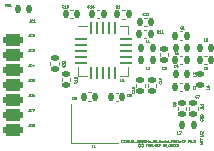
<source format=gbr>
%TF.GenerationSoftware,KiCad,Pcbnew,6.0.11-2627ca5db0~126~ubuntu22.04.1*%
%TF.CreationDate,2023-08-29T09:14:04+02:00*%
%TF.ProjectId,CC1101_868MHz_RF_Modul_FUEL4EP,43433131-3031-45f3-9836-384d487a5f52,1.2*%
%TF.SameCoordinates,Original*%
%TF.FileFunction,Legend,Top*%
%TF.FilePolarity,Positive*%
%FSLAX46Y46*%
G04 Gerber Fmt 4.6, Leading zero omitted, Abs format (unit mm)*
G04 Created by KiCad (PCBNEW 6.0.11-2627ca5db0~126~ubuntu22.04.1) date 2023-08-29 09:14:04*
%MOMM*%
%LPD*%
G01*
G04 APERTURE LIST*
G04 Aperture macros list*
%AMRoundRect*
0 Rectangle with rounded corners*
0 $1 Rounding radius*
0 $2 $3 $4 $5 $6 $7 $8 $9 X,Y pos of 4 corners*
0 Add a 4 corners polygon primitive as box body*
4,1,4,$2,$3,$4,$5,$6,$7,$8,$9,$2,$3,0*
0 Add four circle primitives for the rounded corners*
1,1,$1+$1,$2,$3*
1,1,$1+$1,$4,$5*
1,1,$1+$1,$6,$7*
1,1,$1+$1,$8,$9*
0 Add four rect primitives between the rounded corners*
20,1,$1+$1,$2,$3,$4,$5,0*
20,1,$1+$1,$4,$5,$6,$7,0*
20,1,$1+$1,$6,$7,$8,$9,0*
20,1,$1+$1,$8,$9,$2,$3,0*%
G04 Aperture macros list end*
%ADD10C,0.050000*%
%ADD11C,0.120000*%
%ADD12RoundRect,0.147500X-0.147500X-0.172500X0.147500X-0.172500X0.147500X0.172500X-0.147500X0.172500X0*%
%ADD13RoundRect,0.140000X0.140000X0.170000X-0.140000X0.170000X-0.140000X-0.170000X0.140000X-0.170000X0*%
%ADD14RoundRect,0.140000X-0.140000X-0.170000X0.140000X-0.170000X0.140000X0.170000X-0.140000X0.170000X0*%
%ADD15RoundRect,0.250000X-0.600000X-0.250000X0.600000X-0.250000X0.600000X0.250000X-0.600000X0.250000X0*%
%ADD16RoundRect,0.147500X-0.172500X0.147500X-0.172500X-0.147500X0.172500X-0.147500X0.172500X0.147500X0*%
%ADD17RoundRect,0.140000X0.170000X-0.140000X0.170000X0.140000X-0.170000X0.140000X-0.170000X-0.140000X0*%
%ADD18R,1.800000X1.500000*%
%ADD19RoundRect,0.140000X-0.170000X0.140000X-0.170000X-0.140000X0.170000X-0.140000X0.170000X0.140000X0*%
%ADD20RoundRect,0.135000X0.135000X0.185000X-0.135000X0.185000X-0.135000X-0.185000X0.135000X-0.185000X0*%
%ADD21R,1.400000X1.200000*%
%ADD22R,1.700000X1.000000*%
%ADD23RoundRect,0.062500X-0.425000X-0.062500X0.425000X-0.062500X0.425000X0.062500X-0.425000X0.062500X0*%
%ADD24RoundRect,0.062500X-0.062500X-0.425000X0.062500X-0.425000X0.062500X0.425000X-0.062500X0.425000X0*%
%ADD25R,2.400000X2.400000*%
G04 APERTURE END LIST*
D10*
X16908333Y796428D02*
X16908333Y891666D01*
X16965476Y777380D02*
X16765476Y844047D01*
X16965476Y910714D01*
X16965476Y977380D02*
X16765476Y977380D01*
X16965476Y1091666D01*
X16765476Y1091666D01*
X16765476Y1158333D02*
X16765476Y1272619D01*
X16965476Y1215476D02*
X16765476Y1215476D01*
X16791000Y2895619D02*
X16781476Y2876571D01*
X16781476Y2848000D01*
X16791000Y2819428D01*
X16810047Y2800380D01*
X16829095Y2790857D01*
X16867190Y2781333D01*
X16895761Y2781333D01*
X16933857Y2790857D01*
X16952904Y2800380D01*
X16971952Y2819428D01*
X16981476Y2848000D01*
X16981476Y2867047D01*
X16971952Y2895619D01*
X16962428Y2905142D01*
X16895761Y2905142D01*
X16895761Y2867047D01*
X16981476Y2990857D02*
X16781476Y2990857D01*
X16981476Y3105142D01*
X16781476Y3105142D01*
X16981476Y3200380D02*
X16781476Y3200380D01*
X16781476Y3248000D01*
X16791000Y3276571D01*
X16810047Y3295619D01*
X16829095Y3305142D01*
X16867190Y3314666D01*
X16895761Y3314666D01*
X16933857Y3305142D01*
X16952904Y3295619D01*
X16971952Y3276571D01*
X16981476Y3248000D01*
X16981476Y3200380D01*
X10227047Y978571D02*
X10217523Y969047D01*
X10188952Y959523D01*
X10169904Y959523D01*
X10141333Y969047D01*
X10122285Y988095D01*
X10112761Y1007142D01*
X10103238Y1045238D01*
X10103238Y1073809D01*
X10112761Y1111904D01*
X10122285Y1130952D01*
X10141333Y1150000D01*
X10169904Y1159523D01*
X10188952Y1159523D01*
X10217523Y1150000D01*
X10227047Y1140476D01*
X10427047Y978571D02*
X10417523Y969047D01*
X10388952Y959523D01*
X10369904Y959523D01*
X10341333Y969047D01*
X10322285Y988095D01*
X10312761Y1007142D01*
X10303238Y1045238D01*
X10303238Y1073809D01*
X10312761Y1111904D01*
X10322285Y1130952D01*
X10341333Y1150000D01*
X10369904Y1159523D01*
X10388952Y1159523D01*
X10417523Y1150000D01*
X10427047Y1140476D01*
X10617523Y959523D02*
X10503238Y959523D01*
X10560380Y959523D02*
X10560380Y1159523D01*
X10541333Y1130952D01*
X10522285Y1111904D01*
X10503238Y1102380D01*
X10808000Y959523D02*
X10693714Y959523D01*
X10750857Y959523D02*
X10750857Y1159523D01*
X10731809Y1130952D01*
X10712761Y1111904D01*
X10693714Y1102380D01*
X10931809Y1159523D02*
X10950857Y1159523D01*
X10969904Y1150000D01*
X10979428Y1140476D01*
X10988952Y1121428D01*
X10998476Y1083333D01*
X10998476Y1035714D01*
X10988952Y997619D01*
X10979428Y978571D01*
X10969904Y969047D01*
X10950857Y959523D01*
X10931809Y959523D01*
X10912761Y969047D01*
X10903238Y978571D01*
X10893714Y997619D01*
X10884190Y1035714D01*
X10884190Y1083333D01*
X10893714Y1121428D01*
X10903238Y1140476D01*
X10912761Y1150000D01*
X10931809Y1159523D01*
X11188952Y959523D02*
X11074666Y959523D01*
X11131809Y959523D02*
X11131809Y1159523D01*
X11112761Y1130952D01*
X11093714Y1111904D01*
X11074666Y1102380D01*
X11227047Y940476D02*
X11379428Y940476D01*
X11455619Y1073809D02*
X11436571Y1083333D01*
X11427047Y1092857D01*
X11417523Y1111904D01*
X11417523Y1121428D01*
X11427047Y1140476D01*
X11436571Y1150000D01*
X11455619Y1159523D01*
X11493714Y1159523D01*
X11512761Y1150000D01*
X11522285Y1140476D01*
X11531809Y1121428D01*
X11531809Y1111904D01*
X11522285Y1092857D01*
X11512761Y1083333D01*
X11493714Y1073809D01*
X11455619Y1073809D01*
X11436571Y1064285D01*
X11427047Y1054761D01*
X11417523Y1035714D01*
X11417523Y997619D01*
X11427047Y978571D01*
X11436571Y969047D01*
X11455619Y959523D01*
X11493714Y959523D01*
X11512761Y969047D01*
X11522285Y978571D01*
X11531809Y997619D01*
X11531809Y1035714D01*
X11522285Y1054761D01*
X11512761Y1064285D01*
X11493714Y1073809D01*
X11703238Y1159523D02*
X11665142Y1159523D01*
X11646095Y1150000D01*
X11636571Y1140476D01*
X11617523Y1111904D01*
X11608000Y1073809D01*
X11608000Y997619D01*
X11617523Y978571D01*
X11627047Y969047D01*
X11646095Y959523D01*
X11684190Y959523D01*
X11703238Y969047D01*
X11712761Y978571D01*
X11722285Y997619D01*
X11722285Y1045238D01*
X11712761Y1064285D01*
X11703238Y1073809D01*
X11684190Y1083333D01*
X11646095Y1083333D01*
X11627047Y1073809D01*
X11617523Y1064285D01*
X11608000Y1045238D01*
X11836571Y1073809D02*
X11817523Y1083333D01*
X11808000Y1092857D01*
X11798476Y1111904D01*
X11798476Y1121428D01*
X11808000Y1140476D01*
X11817523Y1150000D01*
X11836571Y1159523D01*
X11874666Y1159523D01*
X11893714Y1150000D01*
X11903238Y1140476D01*
X11912761Y1121428D01*
X11912761Y1111904D01*
X11903238Y1092857D01*
X11893714Y1083333D01*
X11874666Y1073809D01*
X11836571Y1073809D01*
X11817523Y1064285D01*
X11808000Y1054761D01*
X11798476Y1035714D01*
X11798476Y997619D01*
X11808000Y978571D01*
X11817523Y969047D01*
X11836571Y959523D01*
X11874666Y959523D01*
X11893714Y969047D01*
X11903238Y978571D01*
X11912761Y997619D01*
X11912761Y1035714D01*
X11903238Y1054761D01*
X11893714Y1064285D01*
X11874666Y1073809D01*
X11998476Y959523D02*
X11998476Y1159523D01*
X12065142Y1016666D01*
X12131809Y1159523D01*
X12131809Y959523D01*
X12227047Y959523D02*
X12227047Y1159523D01*
X12227047Y1064285D02*
X12341333Y1064285D01*
X12341333Y959523D02*
X12341333Y1159523D01*
X12417523Y1092857D02*
X12522285Y1092857D01*
X12417523Y959523D01*
X12522285Y959523D01*
X12550857Y940476D02*
X12703238Y940476D01*
X12865142Y959523D02*
X12798476Y1054761D01*
X12750857Y959523D02*
X12750857Y1159523D01*
X12827047Y1159523D01*
X12846095Y1150000D01*
X12855619Y1140476D01*
X12865142Y1121428D01*
X12865142Y1092857D01*
X12855619Y1073809D01*
X12846095Y1064285D01*
X12827047Y1054761D01*
X12750857Y1054761D01*
X13017523Y1064285D02*
X12950857Y1064285D01*
X12950857Y959523D02*
X12950857Y1159523D01*
X13046095Y1159523D01*
X13074666Y940476D02*
X13227047Y940476D01*
X13274666Y959523D02*
X13274666Y1159523D01*
X13341333Y1016666D01*
X13408000Y1159523D01*
X13408000Y959523D01*
X13531809Y959523D02*
X13512761Y969047D01*
X13503238Y978571D01*
X13493714Y997619D01*
X13493714Y1054761D01*
X13503238Y1073809D01*
X13512761Y1083333D01*
X13531809Y1092857D01*
X13560380Y1092857D01*
X13579428Y1083333D01*
X13588952Y1073809D01*
X13598476Y1054761D01*
X13598476Y997619D01*
X13588952Y978571D01*
X13579428Y969047D01*
X13560380Y959523D01*
X13531809Y959523D01*
X13769904Y959523D02*
X13769904Y1159523D01*
X13769904Y969047D02*
X13750857Y959523D01*
X13712761Y959523D01*
X13693714Y969047D01*
X13684190Y978571D01*
X13674666Y997619D01*
X13674666Y1054761D01*
X13684190Y1073809D01*
X13693714Y1083333D01*
X13712761Y1092857D01*
X13750857Y1092857D01*
X13769904Y1083333D01*
X13950857Y1092857D02*
X13950857Y959523D01*
X13865142Y1092857D02*
X13865142Y988095D01*
X13874666Y969047D01*
X13893714Y959523D01*
X13922285Y959523D01*
X13941333Y969047D01*
X13950857Y978571D01*
X14074666Y959523D02*
X14055619Y969047D01*
X14046095Y988095D01*
X14046095Y1159523D01*
X14103238Y940476D02*
X14255619Y940476D01*
X14369904Y1064285D02*
X14303238Y1064285D01*
X14303238Y959523D02*
X14303238Y1159523D01*
X14398476Y1159523D01*
X14474666Y1159523D02*
X14474666Y997619D01*
X14484190Y978571D01*
X14493714Y969047D01*
X14512761Y959523D01*
X14550857Y959523D01*
X14569904Y969047D01*
X14579428Y978571D01*
X14588952Y997619D01*
X14588952Y1159523D01*
X14684190Y1064285D02*
X14750857Y1064285D01*
X14779428Y959523D02*
X14684190Y959523D01*
X14684190Y1159523D01*
X14779428Y1159523D01*
X14960380Y959523D02*
X14865142Y959523D01*
X14865142Y1159523D01*
X15112761Y1092857D02*
X15112761Y959523D01*
X15065142Y1169047D02*
X15017523Y1026190D01*
X15141333Y1026190D01*
X15217523Y1064285D02*
X15284190Y1064285D01*
X15312761Y959523D02*
X15217523Y959523D01*
X15217523Y1159523D01*
X15312761Y1159523D01*
X15398476Y959523D02*
X15398476Y1159523D01*
X15474666Y1159523D01*
X15493714Y1150000D01*
X15503238Y1140476D01*
X15512761Y1121428D01*
X15512761Y1092857D01*
X15503238Y1073809D01*
X15493714Y1064285D01*
X15474666Y1054761D01*
X15398476Y1054761D01*
X15722285Y1159523D02*
X15788952Y959523D01*
X15855619Y1159523D01*
X16027047Y959523D02*
X15912761Y959523D01*
X15969904Y959523D02*
X15969904Y1159523D01*
X15950857Y1130952D01*
X15931809Y1111904D01*
X15912761Y1102380D01*
X16112761Y978571D02*
X16122285Y969047D01*
X16112761Y959523D01*
X16103238Y969047D01*
X16112761Y978571D01*
X16112761Y959523D01*
X16198476Y1140476D02*
X16208000Y1150000D01*
X16227047Y1159523D01*
X16274666Y1159523D01*
X16293714Y1150000D01*
X16303238Y1140476D01*
X16312761Y1121428D01*
X16312761Y1102380D01*
X16303238Y1073809D01*
X16188952Y959523D01*
X16312761Y959523D01*
X11603238Y561333D02*
X11593714Y570857D01*
X11574666Y599428D01*
X11565142Y618476D01*
X11555619Y647047D01*
X11546095Y694666D01*
X11546095Y732761D01*
X11555619Y780380D01*
X11565142Y808952D01*
X11574666Y828000D01*
X11593714Y856571D01*
X11603238Y866095D01*
X11793714Y656571D02*
X11784190Y647047D01*
X11755619Y637523D01*
X11736571Y637523D01*
X11708000Y647047D01*
X11688952Y666095D01*
X11679428Y685142D01*
X11669904Y723238D01*
X11669904Y751809D01*
X11679428Y789904D01*
X11688952Y808952D01*
X11708000Y828000D01*
X11736571Y837523D01*
X11755619Y837523D01*
X11784190Y828000D01*
X11793714Y818476D01*
X11860380Y561333D02*
X11869904Y570857D01*
X11888952Y599428D01*
X11898476Y618476D01*
X11908000Y647047D01*
X11917523Y694666D01*
X11917523Y732761D01*
X11908000Y780380D01*
X11898476Y808952D01*
X11888952Y828000D01*
X11869904Y856571D01*
X11860380Y866095D01*
X12231809Y742285D02*
X12165142Y742285D01*
X12165142Y637523D02*
X12165142Y837523D01*
X12260380Y837523D01*
X12336571Y837523D02*
X12336571Y675619D01*
X12346095Y656571D01*
X12355619Y647047D01*
X12374666Y637523D01*
X12412761Y637523D01*
X12431809Y647047D01*
X12441333Y656571D01*
X12450857Y675619D01*
X12450857Y837523D01*
X12546095Y742285D02*
X12612761Y742285D01*
X12641333Y637523D02*
X12546095Y637523D01*
X12546095Y837523D01*
X12641333Y837523D01*
X12822285Y637523D02*
X12727047Y637523D01*
X12727047Y837523D01*
X12974666Y770857D02*
X12974666Y637523D01*
X12927047Y847047D02*
X12879428Y704190D01*
X13003238Y704190D01*
X13079428Y742285D02*
X13146095Y742285D01*
X13174666Y637523D02*
X13079428Y637523D01*
X13079428Y837523D01*
X13174666Y837523D01*
X13260380Y637523D02*
X13260380Y837523D01*
X13336571Y837523D01*
X13355619Y828000D01*
X13365142Y818476D01*
X13374666Y799428D01*
X13374666Y770857D01*
X13365142Y751809D01*
X13355619Y742285D01*
X13336571Y732761D01*
X13260380Y732761D01*
X13650857Y837523D02*
X13669904Y837523D01*
X13688952Y828000D01*
X13698476Y818476D01*
X13708000Y799428D01*
X13717523Y761333D01*
X13717523Y713714D01*
X13708000Y675619D01*
X13698476Y656571D01*
X13688952Y647047D01*
X13669904Y637523D01*
X13650857Y637523D01*
X13631809Y647047D01*
X13622285Y656571D01*
X13612761Y675619D01*
X13603238Y713714D01*
X13603238Y761333D01*
X13612761Y799428D01*
X13622285Y818476D01*
X13631809Y828000D01*
X13650857Y837523D01*
X13831809Y751809D02*
X13812761Y761333D01*
X13803238Y770857D01*
X13793714Y789904D01*
X13793714Y799428D01*
X13803238Y818476D01*
X13812761Y828000D01*
X13831809Y837523D01*
X13869904Y837523D01*
X13888952Y828000D01*
X13898476Y818476D01*
X13908000Y799428D01*
X13908000Y789904D01*
X13898476Y770857D01*
X13888952Y761333D01*
X13869904Y751809D01*
X13831809Y751809D01*
X13812761Y742285D01*
X13803238Y732761D01*
X13793714Y713714D01*
X13793714Y675619D01*
X13803238Y656571D01*
X13812761Y647047D01*
X13831809Y637523D01*
X13869904Y637523D01*
X13888952Y647047D01*
X13898476Y656571D01*
X13908000Y675619D01*
X13908000Y713714D01*
X13898476Y732761D01*
X13888952Y742285D01*
X13869904Y751809D01*
X14136571Y847047D02*
X13965142Y589904D01*
X14193714Y818476D02*
X14203238Y828000D01*
X14222285Y837523D01*
X14269904Y837523D01*
X14288952Y828000D01*
X14298476Y818476D01*
X14308000Y799428D01*
X14308000Y780380D01*
X14298476Y751809D01*
X14184190Y637523D01*
X14308000Y637523D01*
X14431809Y837523D02*
X14450857Y837523D01*
X14469904Y828000D01*
X14479428Y818476D01*
X14488952Y799428D01*
X14498476Y761333D01*
X14498476Y713714D01*
X14488952Y675619D01*
X14479428Y656571D01*
X14469904Y647047D01*
X14450857Y637523D01*
X14431809Y637523D01*
X14412761Y647047D01*
X14403238Y656571D01*
X14393714Y675619D01*
X14384190Y713714D01*
X14384190Y761333D01*
X14393714Y799428D01*
X14403238Y818476D01*
X14412761Y828000D01*
X14431809Y837523D01*
X14574666Y818476D02*
X14584190Y828000D01*
X14603238Y837523D01*
X14650857Y837523D01*
X14669904Y828000D01*
X14679428Y818476D01*
X14688952Y799428D01*
X14688952Y780380D01*
X14679428Y751809D01*
X14565142Y637523D01*
X14688952Y637523D01*
X14755619Y837523D02*
X14879428Y837523D01*
X14812761Y761333D01*
X14841333Y761333D01*
X14860380Y751809D01*
X14869904Y742285D01*
X14879428Y723238D01*
X14879428Y675619D01*
X14869904Y656571D01*
X14860380Y647047D01*
X14841333Y637523D01*
X14784190Y637523D01*
X14765142Y647047D01*
X14755619Y656571D01*
%TO.C,L1*%
X12285666Y9434523D02*
X12190428Y9434523D01*
X12190428Y9634523D01*
X12457095Y9434523D02*
X12342809Y9434523D01*
X12399952Y9434523D02*
X12399952Y9634523D01*
X12380904Y9605952D01*
X12361857Y9586904D01*
X12342809Y9577380D01*
%TO.C,C14*%
X7364428Y12374571D02*
X7354904Y12365047D01*
X7326333Y12355523D01*
X7307285Y12355523D01*
X7278714Y12365047D01*
X7259666Y12384095D01*
X7250142Y12403142D01*
X7240619Y12441238D01*
X7240619Y12469809D01*
X7250142Y12507904D01*
X7259666Y12526952D01*
X7278714Y12546000D01*
X7307285Y12555523D01*
X7326333Y12555523D01*
X7354904Y12546000D01*
X7364428Y12536476D01*
X7554904Y12355523D02*
X7440619Y12355523D01*
X7497761Y12355523D02*
X7497761Y12555523D01*
X7478714Y12526952D01*
X7459666Y12507904D01*
X7440619Y12498380D01*
X7726333Y12488857D02*
X7726333Y12355523D01*
X7678714Y12565047D02*
X7631095Y12422190D01*
X7754904Y12422190D01*
%TO.C,L7*%
X14954666Y1672523D02*
X14859428Y1672523D01*
X14859428Y1872523D01*
X15002285Y1872523D02*
X15135619Y1872523D01*
X15049904Y1672523D01*
%TO.C,L3*%
X16390476Y6697666D02*
X16390476Y6602428D01*
X16190476Y6602428D01*
X16190476Y6745285D02*
X16190476Y6869095D01*
X16266666Y6802428D01*
X16266666Y6831000D01*
X16276190Y6850047D01*
X16285714Y6859571D01*
X16304761Y6869095D01*
X16352380Y6869095D01*
X16371428Y6859571D01*
X16380952Y6850047D01*
X16390476Y6831000D01*
X16390476Y6773857D01*
X16380952Y6754809D01*
X16371428Y6745285D01*
%TO.C,L2*%
X12285666Y7148523D02*
X12190428Y7148523D01*
X12190428Y7348523D01*
X12342809Y7329476D02*
X12352333Y7339000D01*
X12371380Y7348523D01*
X12419000Y7348523D01*
X12438047Y7339000D01*
X12447571Y7329476D01*
X12457095Y7310428D01*
X12457095Y7291380D01*
X12447571Y7262809D01*
X12333285Y7148523D01*
X12457095Y7148523D01*
%TO.C,C5*%
X17190866Y7167571D02*
X17181342Y7158047D01*
X17152771Y7148523D01*
X17133723Y7148523D01*
X17105152Y7158047D01*
X17086104Y7177095D01*
X17076580Y7196142D01*
X17067057Y7234238D01*
X17067057Y7262809D01*
X17076580Y7300904D01*
X17086104Y7319952D01*
X17105152Y7339000D01*
X17133723Y7348523D01*
X17152771Y7348523D01*
X17181342Y7339000D01*
X17190866Y7329476D01*
X17371819Y7348523D02*
X17276580Y7348523D01*
X17267057Y7253285D01*
X17276580Y7262809D01*
X17295628Y7272333D01*
X17343247Y7272333D01*
X17362295Y7262809D01*
X17371819Y7253285D01*
X17381342Y7234238D01*
X17381342Y7186619D01*
X17371819Y7167571D01*
X17362295Y7158047D01*
X17343247Y7148523D01*
X17295628Y7148523D01*
X17276580Y7158047D01*
X17267057Y7167571D01*
%TO.C,C3*%
X16327428Y5554666D02*
X16336952Y5545142D01*
X16346476Y5516571D01*
X16346476Y5497523D01*
X16336952Y5468952D01*
X16317904Y5449904D01*
X16298857Y5440380D01*
X16260761Y5430857D01*
X16232190Y5430857D01*
X16194095Y5440380D01*
X16175047Y5449904D01*
X16156000Y5468952D01*
X16146476Y5497523D01*
X16146476Y5516571D01*
X16156000Y5545142D01*
X16165523Y5554666D01*
X16146476Y5621333D02*
X16146476Y5745142D01*
X16222666Y5678476D01*
X16222666Y5707047D01*
X16232190Y5726095D01*
X16241714Y5735619D01*
X16260761Y5745142D01*
X16308380Y5745142D01*
X16327428Y5735619D01*
X16336952Y5726095D01*
X16346476Y5707047D01*
X16346476Y5649904D01*
X16336952Y5630857D01*
X16327428Y5621333D01*
%TO.C,JC5*%
X2283333Y6319523D02*
X2283333Y6176666D01*
X2273809Y6148095D01*
X2254761Y6129047D01*
X2226190Y6119523D01*
X2207142Y6119523D01*
X2492857Y6138571D02*
X2483333Y6129047D01*
X2454761Y6119523D01*
X2435714Y6119523D01*
X2407142Y6129047D01*
X2388095Y6148095D01*
X2378571Y6167142D01*
X2369047Y6205238D01*
X2369047Y6233809D01*
X2378571Y6271904D01*
X2388095Y6290952D01*
X2407142Y6310000D01*
X2435714Y6319523D01*
X2454761Y6319523D01*
X2483333Y6310000D01*
X2492857Y6300476D01*
X2673809Y6319523D02*
X2578571Y6319523D01*
X2569047Y6224285D01*
X2578571Y6233809D01*
X2597619Y6243333D01*
X2645238Y6243333D01*
X2664285Y6233809D01*
X2673809Y6224285D01*
X2683333Y6205238D01*
X2683333Y6157619D01*
X2673809Y6138571D01*
X2664285Y6129047D01*
X2645238Y6119523D01*
X2597619Y6119523D01*
X2578571Y6129047D01*
X2569047Y6138571D01*
%TO.C,L6*%
X17490476Y5591666D02*
X17490476Y5496428D01*
X17290476Y5496428D01*
X17290476Y5744047D02*
X17290476Y5705952D01*
X17300000Y5686904D01*
X17309523Y5677380D01*
X17338095Y5658333D01*
X17376190Y5648809D01*
X17452380Y5648809D01*
X17471428Y5658333D01*
X17480952Y5667857D01*
X17490476Y5686904D01*
X17490476Y5725000D01*
X17480952Y5744047D01*
X17471428Y5753571D01*
X17452380Y5763095D01*
X17404761Y5763095D01*
X17385714Y5753571D01*
X17376190Y5744047D01*
X17366666Y5725000D01*
X17366666Y5686904D01*
X17376190Y5667857D01*
X17385714Y5658333D01*
X17404761Y5648809D01*
%TO.C,C2*%
X13682666Y7167571D02*
X13673142Y7158047D01*
X13644571Y7148523D01*
X13625523Y7148523D01*
X13596952Y7158047D01*
X13577904Y7177095D01*
X13568380Y7196142D01*
X13558857Y7234238D01*
X13558857Y7262809D01*
X13568380Y7300904D01*
X13577904Y7319952D01*
X13596952Y7339000D01*
X13625523Y7348523D01*
X13644571Y7348523D01*
X13673142Y7339000D01*
X13682666Y7329476D01*
X13758857Y7329476D02*
X13768380Y7339000D01*
X13787428Y7348523D01*
X13835047Y7348523D01*
X13854095Y7339000D01*
X13863619Y7329476D01*
X13873142Y7310428D01*
X13873142Y7291380D01*
X13863619Y7262809D01*
X13749333Y7148523D01*
X13873142Y7148523D01*
%TO.C,JA1*%
X16790476Y3847619D02*
X16933333Y3847619D01*
X16961904Y3838095D01*
X16980952Y3819047D01*
X16990476Y3790476D01*
X16990476Y3771428D01*
X16933333Y3933333D02*
X16933333Y4028571D01*
X16990476Y3914285D02*
X16790476Y3980952D01*
X16990476Y4047619D01*
X16990476Y4219047D02*
X16990476Y4104761D01*
X16990476Y4161904D02*
X16790476Y4161904D01*
X16819047Y4142857D01*
X16838095Y4123809D01*
X16847619Y4104761D01*
%TO.C,JC8*%
X2283333Y2509523D02*
X2283333Y2366666D01*
X2273809Y2338095D01*
X2254761Y2319047D01*
X2226190Y2309523D01*
X2207142Y2309523D01*
X2492857Y2328571D02*
X2483333Y2319047D01*
X2454761Y2309523D01*
X2435714Y2309523D01*
X2407142Y2319047D01*
X2388095Y2338095D01*
X2378571Y2357142D01*
X2369047Y2395238D01*
X2369047Y2423809D01*
X2378571Y2461904D01*
X2388095Y2480952D01*
X2407142Y2500000D01*
X2435714Y2509523D01*
X2454761Y2509523D01*
X2483333Y2500000D01*
X2492857Y2490476D01*
X2607142Y2423809D02*
X2588095Y2433333D01*
X2578571Y2442857D01*
X2569047Y2461904D01*
X2569047Y2471428D01*
X2578571Y2490476D01*
X2588095Y2500000D01*
X2607142Y2509523D01*
X2645238Y2509523D01*
X2664285Y2500000D01*
X2673809Y2490476D01*
X2683333Y2471428D01*
X2683333Y2461904D01*
X2673809Y2442857D01*
X2664285Y2433333D01*
X2645238Y2423809D01*
X2607142Y2423809D01*
X2588095Y2414285D01*
X2578571Y2404761D01*
X2569047Y2385714D01*
X2569047Y2347619D01*
X2578571Y2328571D01*
X2588095Y2319047D01*
X2607142Y2309523D01*
X2645238Y2309523D01*
X2664285Y2319047D01*
X2673809Y2328571D01*
X2683333Y2347619D01*
X2683333Y2385714D01*
X2673809Y2404761D01*
X2664285Y2414285D01*
X2645238Y2423809D01*
%TO.C,C7*%
X16476666Y4754571D02*
X16467142Y4745047D01*
X16438571Y4735523D01*
X16419523Y4735523D01*
X16390952Y4745047D01*
X16371904Y4764095D01*
X16362380Y4783142D01*
X16352857Y4821238D01*
X16352857Y4849809D01*
X16362380Y4887904D01*
X16371904Y4906952D01*
X16390952Y4926000D01*
X16419523Y4935523D01*
X16438571Y4935523D01*
X16467142Y4926000D01*
X16476666Y4916476D01*
X16543333Y4935523D02*
X16676666Y4935523D01*
X16590952Y4735523D01*
%TO.C,C16*%
X6294428Y6094428D02*
X6303952Y6084904D01*
X6313476Y6056333D01*
X6313476Y6037285D01*
X6303952Y6008714D01*
X6284904Y5989666D01*
X6265857Y5980142D01*
X6227761Y5970619D01*
X6199190Y5970619D01*
X6161095Y5980142D01*
X6142047Y5989666D01*
X6123000Y6008714D01*
X6113476Y6037285D01*
X6113476Y6056333D01*
X6123000Y6084904D01*
X6132523Y6094428D01*
X6313476Y6284904D02*
X6313476Y6170619D01*
X6313476Y6227761D02*
X6113476Y6227761D01*
X6142047Y6208714D01*
X6161095Y6189666D01*
X6170619Y6170619D01*
X6113476Y6456333D02*
X6113476Y6418238D01*
X6123000Y6399190D01*
X6132523Y6389666D01*
X6161095Y6370619D01*
X6199190Y6361095D01*
X6275380Y6361095D01*
X6294428Y6370619D01*
X6303952Y6380142D01*
X6313476Y6399190D01*
X6313476Y6437285D01*
X6303952Y6456333D01*
X6294428Y6465857D01*
X6275380Y6475380D01*
X6227761Y6475380D01*
X6208714Y6465857D01*
X6199190Y6456333D01*
X6189666Y6437285D01*
X6189666Y6399190D01*
X6199190Y6380142D01*
X6208714Y6370619D01*
X6227761Y6361095D01*
%TO.C,R1*%
X9745666Y12355523D02*
X9679000Y12450761D01*
X9631380Y12355523D02*
X9631380Y12555523D01*
X9707571Y12555523D01*
X9726619Y12546000D01*
X9736142Y12536476D01*
X9745666Y12517428D01*
X9745666Y12488857D01*
X9736142Y12469809D01*
X9726619Y12460285D01*
X9707571Y12450761D01*
X9631380Y12450761D01*
X9936142Y12355523D02*
X9821857Y12355523D01*
X9879000Y12355523D02*
X9879000Y12555523D01*
X9859952Y12526952D01*
X9840904Y12507904D01*
X9821857Y12498380D01*
%TO.C,C15*%
X11152628Y5271428D02*
X11162152Y5261904D01*
X11171676Y5233333D01*
X11171676Y5214285D01*
X11162152Y5185714D01*
X11143104Y5166666D01*
X11124057Y5157142D01*
X11085961Y5147619D01*
X11057390Y5147619D01*
X11019295Y5157142D01*
X11000247Y5166666D01*
X10981200Y5185714D01*
X10971676Y5214285D01*
X10971676Y5233333D01*
X10981200Y5261904D01*
X10990723Y5271428D01*
X11171676Y5461904D02*
X11171676Y5347619D01*
X11171676Y5404761D02*
X10971676Y5404761D01*
X11000247Y5385714D01*
X11019295Y5366666D01*
X11028819Y5347619D01*
X10971676Y5642857D02*
X10971676Y5547619D01*
X11066914Y5538095D01*
X11057390Y5547619D01*
X11047866Y5566666D01*
X11047866Y5614285D01*
X11057390Y5633333D01*
X11066914Y5642857D01*
X11085961Y5652380D01*
X11133580Y5652380D01*
X11152628Y5642857D01*
X11162152Y5633333D01*
X11171676Y5614285D01*
X11171676Y5566666D01*
X11162152Y5547619D01*
X11152628Y5538095D01*
%TO.C,C17*%
X13471428Y6046428D02*
X13480952Y6036904D01*
X13490476Y6008333D01*
X13490476Y5989285D01*
X13480952Y5960714D01*
X13461904Y5941666D01*
X13442857Y5932142D01*
X13404761Y5922619D01*
X13376190Y5922619D01*
X13338095Y5932142D01*
X13319047Y5941666D01*
X13300000Y5960714D01*
X13290476Y5989285D01*
X13290476Y6008333D01*
X13300000Y6036904D01*
X13309523Y6046428D01*
X13490476Y6236904D02*
X13490476Y6122619D01*
X13490476Y6179761D02*
X13290476Y6179761D01*
X13319047Y6160714D01*
X13338095Y6141666D01*
X13347619Y6122619D01*
X13290476Y6303571D02*
X13290476Y6436904D01*
X13490476Y6351190D01*
%TO.C,JA2*%
X16790476Y1522619D02*
X16933333Y1522619D01*
X16961904Y1513095D01*
X16980952Y1494047D01*
X16990476Y1465476D01*
X16990476Y1446428D01*
X16933333Y1608333D02*
X16933333Y1703571D01*
X16990476Y1589285D02*
X16790476Y1655952D01*
X16990476Y1722619D01*
X16809523Y1779761D02*
X16800000Y1789285D01*
X16790476Y1808333D01*
X16790476Y1855952D01*
X16800000Y1875000D01*
X16809523Y1884523D01*
X16828571Y1894047D01*
X16847619Y1894047D01*
X16876190Y1884523D01*
X16990476Y1770238D01*
X16990476Y1894047D01*
%TO.C,L4*%
X14716666Y8384523D02*
X14621428Y8384523D01*
X14621428Y8584523D01*
X14869047Y8517857D02*
X14869047Y8384523D01*
X14821428Y8594047D02*
X14773809Y8451190D01*
X14897619Y8451190D01*
%TO.C,Y1*%
X7651761Y639761D02*
X7651761Y544523D01*
X7585095Y744523D02*
X7651761Y639761D01*
X7718428Y744523D01*
X7889857Y544523D02*
X7775571Y544523D01*
X7832714Y544523D02*
X7832714Y744523D01*
X7813666Y715952D01*
X7794619Y696904D01*
X7775571Y687380D01*
%TO.C,C13*%
X5278428Y7491428D02*
X5287952Y7481904D01*
X5297476Y7453333D01*
X5297476Y7434285D01*
X5287952Y7405714D01*
X5268904Y7386666D01*
X5249857Y7377142D01*
X5211761Y7367619D01*
X5183190Y7367619D01*
X5145095Y7377142D01*
X5126047Y7386666D01*
X5107000Y7405714D01*
X5097476Y7434285D01*
X5097476Y7453333D01*
X5107000Y7481904D01*
X5116523Y7491428D01*
X5297476Y7681904D02*
X5297476Y7567619D01*
X5297476Y7624761D02*
X5097476Y7624761D01*
X5126047Y7605714D01*
X5145095Y7586666D01*
X5154619Y7567619D01*
X5097476Y7748571D02*
X5097476Y7872380D01*
X5173666Y7805714D01*
X5173666Y7834285D01*
X5183190Y7853333D01*
X5192714Y7862857D01*
X5211761Y7872380D01*
X5259380Y7872380D01*
X5278428Y7862857D01*
X5287952Y7853333D01*
X5297476Y7834285D01*
X5297476Y7777142D01*
X5287952Y7758095D01*
X5278428Y7748571D01*
%TO.C,C10*%
X5205428Y12374571D02*
X5195904Y12365047D01*
X5167333Y12355523D01*
X5148285Y12355523D01*
X5119714Y12365047D01*
X5100666Y12384095D01*
X5091142Y12403142D01*
X5081619Y12441238D01*
X5081619Y12469809D01*
X5091142Y12507904D01*
X5100666Y12526952D01*
X5119714Y12546000D01*
X5148285Y12555523D01*
X5167333Y12555523D01*
X5195904Y12546000D01*
X5205428Y12536476D01*
X5395904Y12355523D02*
X5281619Y12355523D01*
X5338761Y12355523D02*
X5338761Y12555523D01*
X5319714Y12526952D01*
X5300666Y12507904D01*
X5281619Y12498380D01*
X5519714Y12555523D02*
X5538761Y12555523D01*
X5557809Y12546000D01*
X5567333Y12536476D01*
X5576857Y12517428D01*
X5586380Y12479333D01*
X5586380Y12431714D01*
X5576857Y12393619D01*
X5567333Y12374571D01*
X5557809Y12365047D01*
X5538761Y12355523D01*
X5519714Y12355523D01*
X5500666Y12365047D01*
X5491142Y12374571D01*
X5481619Y12393619D01*
X5472095Y12431714D01*
X5472095Y12479333D01*
X5481619Y12517428D01*
X5491142Y12536476D01*
X5500666Y12546000D01*
X5519714Y12555523D01*
%TO.C,C4*%
X14691666Y7353571D02*
X14682142Y7344047D01*
X14653571Y7334523D01*
X14634523Y7334523D01*
X14605952Y7344047D01*
X14586904Y7363095D01*
X14577380Y7382142D01*
X14567857Y7420238D01*
X14567857Y7448809D01*
X14577380Y7486904D01*
X14586904Y7505952D01*
X14605952Y7525000D01*
X14634523Y7534523D01*
X14653571Y7534523D01*
X14682142Y7525000D01*
X14691666Y7515476D01*
X14863095Y7467857D02*
X14863095Y7334523D01*
X14815476Y7544047D02*
X14767857Y7401190D01*
X14891666Y7401190D01*
%TO.C,JC6*%
X2283333Y5049523D02*
X2283333Y4906666D01*
X2273809Y4878095D01*
X2254761Y4859047D01*
X2226190Y4849523D01*
X2207142Y4849523D01*
X2492857Y4868571D02*
X2483333Y4859047D01*
X2454761Y4849523D01*
X2435714Y4849523D01*
X2407142Y4859047D01*
X2388095Y4878095D01*
X2378571Y4897142D01*
X2369047Y4935238D01*
X2369047Y4963809D01*
X2378571Y5001904D01*
X2388095Y5020952D01*
X2407142Y5040000D01*
X2435714Y5049523D01*
X2454761Y5049523D01*
X2483333Y5040000D01*
X2492857Y5030476D01*
X2664285Y5049523D02*
X2626190Y5049523D01*
X2607142Y5040000D01*
X2597619Y5030476D01*
X2578571Y5001904D01*
X2569047Y4963809D01*
X2569047Y4887619D01*
X2578571Y4868571D01*
X2588095Y4859047D01*
X2607142Y4849523D01*
X2645238Y4849523D01*
X2664285Y4859047D01*
X2673809Y4868571D01*
X2683333Y4887619D01*
X2683333Y4935238D01*
X2673809Y4954285D01*
X2664285Y4963809D01*
X2645238Y4973333D01*
X2607142Y4973333D01*
X2588095Y4963809D01*
X2578571Y4954285D01*
X2569047Y4935238D01*
%TO.C,FB1*%
X358333Y12589285D02*
X291666Y12589285D01*
X291666Y12484523D02*
X291666Y12684523D01*
X386904Y12684523D01*
X529761Y12589285D02*
X558333Y12579761D01*
X567857Y12570238D01*
X577380Y12551190D01*
X577380Y12522619D01*
X567857Y12503571D01*
X558333Y12494047D01*
X539285Y12484523D01*
X463095Y12484523D01*
X463095Y12684523D01*
X529761Y12684523D01*
X548809Y12675000D01*
X558333Y12665476D01*
X567857Y12646428D01*
X567857Y12627380D01*
X558333Y12608333D01*
X548809Y12598809D01*
X529761Y12589285D01*
X463095Y12589285D01*
X767857Y12484523D02*
X653571Y12484523D01*
X710714Y12484523D02*
X710714Y12684523D01*
X691666Y12655952D01*
X672619Y12636904D01*
X653571Y12627380D01*
%TO.C,C12*%
X12021428Y11753571D02*
X12011904Y11744047D01*
X11983333Y11734523D01*
X11964285Y11734523D01*
X11935714Y11744047D01*
X11916666Y11763095D01*
X11907142Y11782142D01*
X11897619Y11820238D01*
X11897619Y11848809D01*
X11907142Y11886904D01*
X11916666Y11905952D01*
X11935714Y11925000D01*
X11964285Y11934523D01*
X11983333Y11934523D01*
X12011904Y11925000D01*
X12021428Y11915476D01*
X12211904Y11734523D02*
X12097619Y11734523D01*
X12154761Y11734523D02*
X12154761Y11934523D01*
X12135714Y11905952D01*
X12116666Y11886904D01*
X12097619Y11877380D01*
X12288095Y11915476D02*
X12297619Y11925000D01*
X12316666Y11934523D01*
X12364285Y11934523D01*
X12383333Y11925000D01*
X12392857Y11915476D01*
X12402380Y11896428D01*
X12402380Y11877380D01*
X12392857Y11848809D01*
X12278571Y11734523D01*
X12402380Y11734523D01*
%TO.C,JC3*%
X2283333Y8859523D02*
X2283333Y8716666D01*
X2273809Y8688095D01*
X2254761Y8669047D01*
X2226190Y8659523D01*
X2207142Y8659523D01*
X2492857Y8678571D02*
X2483333Y8669047D01*
X2454761Y8659523D01*
X2435714Y8659523D01*
X2407142Y8669047D01*
X2388095Y8688095D01*
X2378571Y8707142D01*
X2369047Y8745238D01*
X2369047Y8773809D01*
X2378571Y8811904D01*
X2388095Y8830952D01*
X2407142Y8850000D01*
X2435714Y8859523D01*
X2454761Y8859523D01*
X2483333Y8850000D01*
X2492857Y8840476D01*
X2559523Y8859523D02*
X2683333Y8859523D01*
X2616666Y8783333D01*
X2645238Y8783333D01*
X2664285Y8773809D01*
X2673809Y8764285D01*
X2683333Y8745238D01*
X2683333Y8697619D01*
X2673809Y8678571D01*
X2664285Y8669047D01*
X2645238Y8659523D01*
X2588095Y8659523D01*
X2569047Y8669047D01*
X2559523Y8678571D01*
%TO.C,JC2*%
X2283333Y10129523D02*
X2283333Y9986666D01*
X2273809Y9958095D01*
X2254761Y9939047D01*
X2226190Y9929523D01*
X2207142Y9929523D01*
X2492857Y9948571D02*
X2483333Y9939047D01*
X2454761Y9929523D01*
X2435714Y9929523D01*
X2407142Y9939047D01*
X2388095Y9958095D01*
X2378571Y9977142D01*
X2369047Y10015238D01*
X2369047Y10043809D01*
X2378571Y10081904D01*
X2388095Y10100952D01*
X2407142Y10120000D01*
X2435714Y10129523D01*
X2454761Y10129523D01*
X2483333Y10120000D01*
X2492857Y10110476D01*
X2569047Y10110476D02*
X2578571Y10120000D01*
X2597619Y10129523D01*
X2645238Y10129523D01*
X2664285Y10120000D01*
X2673809Y10110476D01*
X2683333Y10091428D01*
X2683333Y10072380D01*
X2673809Y10043809D01*
X2559523Y9929523D01*
X2683333Y9929523D01*
%TO.C,JC1*%
X2383333Y11349523D02*
X2383333Y11206666D01*
X2373809Y11178095D01*
X2354761Y11159047D01*
X2326190Y11149523D01*
X2307142Y11149523D01*
X2592857Y11168571D02*
X2583333Y11159047D01*
X2554761Y11149523D01*
X2535714Y11149523D01*
X2507142Y11159047D01*
X2488095Y11178095D01*
X2478571Y11197142D01*
X2469047Y11235238D01*
X2469047Y11263809D01*
X2478571Y11301904D01*
X2488095Y11320952D01*
X2507142Y11340000D01*
X2535714Y11349523D01*
X2554761Y11349523D01*
X2583333Y11340000D01*
X2592857Y11330476D01*
X2783333Y11149523D02*
X2669047Y11149523D01*
X2726190Y11149523D02*
X2726190Y11349523D01*
X2707142Y11320952D01*
X2688095Y11301904D01*
X2669047Y11292380D01*
%TO.C,L5*%
X17210866Y9561523D02*
X17115628Y9561523D01*
X17115628Y9761523D01*
X17372771Y9761523D02*
X17277533Y9761523D01*
X17268009Y9666285D01*
X17277533Y9675809D01*
X17296580Y9685333D01*
X17344200Y9685333D01*
X17363247Y9675809D01*
X17372771Y9666285D01*
X17382295Y9647238D01*
X17382295Y9599619D01*
X17372771Y9580571D01*
X17363247Y9571047D01*
X17344200Y9561523D01*
X17296580Y9561523D01*
X17277533Y9571047D01*
X17268009Y9580571D01*
%TO.C,C11*%
X13246428Y10253571D02*
X13236904Y10244047D01*
X13208333Y10234523D01*
X13189285Y10234523D01*
X13160714Y10244047D01*
X13141666Y10263095D01*
X13132142Y10282142D01*
X13122619Y10320238D01*
X13122619Y10348809D01*
X13132142Y10386904D01*
X13141666Y10405952D01*
X13160714Y10425000D01*
X13189285Y10434523D01*
X13208333Y10434523D01*
X13236904Y10425000D01*
X13246428Y10415476D01*
X13436904Y10234523D02*
X13322619Y10234523D01*
X13379761Y10234523D02*
X13379761Y10434523D01*
X13360714Y10405952D01*
X13341666Y10386904D01*
X13322619Y10377380D01*
X13627380Y10234523D02*
X13513095Y10234523D01*
X13570238Y10234523D02*
X13570238Y10434523D01*
X13551190Y10405952D01*
X13532142Y10386904D01*
X13513095Y10377380D01*
%TO.C,C8*%
X6062666Y4627571D02*
X6053142Y4618047D01*
X6024571Y4608523D01*
X6005523Y4608523D01*
X5976952Y4618047D01*
X5957904Y4637095D01*
X5948380Y4656142D01*
X5938857Y4694238D01*
X5938857Y4722809D01*
X5948380Y4760904D01*
X5957904Y4779952D01*
X5976952Y4799000D01*
X6005523Y4808523D01*
X6024571Y4808523D01*
X6053142Y4799000D01*
X6062666Y4789476D01*
X6176952Y4722809D02*
X6157904Y4732333D01*
X6148380Y4741857D01*
X6138857Y4760904D01*
X6138857Y4770428D01*
X6148380Y4789476D01*
X6157904Y4799000D01*
X6176952Y4808523D01*
X6215047Y4808523D01*
X6234095Y4799000D01*
X6243619Y4789476D01*
X6253142Y4770428D01*
X6253142Y4760904D01*
X6243619Y4741857D01*
X6234095Y4732333D01*
X6215047Y4722809D01*
X6176952Y4722809D01*
X6157904Y4713285D01*
X6148380Y4703761D01*
X6138857Y4684714D01*
X6138857Y4646619D01*
X6148380Y4627571D01*
X6157904Y4618047D01*
X6176952Y4608523D01*
X6215047Y4608523D01*
X6234095Y4618047D01*
X6243619Y4627571D01*
X6253142Y4646619D01*
X6253142Y4684714D01*
X6243619Y4703761D01*
X6234095Y4713285D01*
X6215047Y4722809D01*
%TO.C,C1*%
X15206666Y10596571D02*
X15197142Y10587047D01*
X15168571Y10577523D01*
X15149523Y10577523D01*
X15120952Y10587047D01*
X15101904Y10606095D01*
X15092380Y10625142D01*
X15082857Y10663238D01*
X15082857Y10691809D01*
X15092380Y10729904D01*
X15101904Y10748952D01*
X15120952Y10768000D01*
X15149523Y10777523D01*
X15168571Y10777523D01*
X15197142Y10768000D01*
X15206666Y10758476D01*
X15397142Y10577523D02*
X15282857Y10577523D01*
X15340000Y10577523D02*
X15340000Y10777523D01*
X15320952Y10748952D01*
X15301904Y10729904D01*
X15282857Y10720380D01*
%TO.C,C6*%
X14676428Y4157666D02*
X14685952Y4148142D01*
X14695476Y4119571D01*
X14695476Y4100523D01*
X14685952Y4071952D01*
X14666904Y4052904D01*
X14647857Y4043380D01*
X14609761Y4033857D01*
X14581190Y4033857D01*
X14543095Y4043380D01*
X14524047Y4052904D01*
X14505000Y4071952D01*
X14495476Y4100523D01*
X14495476Y4119571D01*
X14505000Y4148142D01*
X14514523Y4157666D01*
X14495476Y4329095D02*
X14495476Y4291000D01*
X14505000Y4271952D01*
X14514523Y4262428D01*
X14543095Y4243380D01*
X14581190Y4233857D01*
X14657380Y4233857D01*
X14676428Y4243380D01*
X14685952Y4252904D01*
X14695476Y4271952D01*
X14695476Y4310047D01*
X14685952Y4329095D01*
X14676428Y4338619D01*
X14657380Y4348142D01*
X14609761Y4348142D01*
X14590714Y4338619D01*
X14581190Y4329095D01*
X14571666Y4310047D01*
X14571666Y4271952D01*
X14581190Y4252904D01*
X14590714Y4243380D01*
X14609761Y4233857D01*
%TO.C,C9*%
X10716666Y4853571D02*
X10707142Y4844047D01*
X10678571Y4834523D01*
X10659523Y4834523D01*
X10630952Y4844047D01*
X10611904Y4863095D01*
X10602380Y4882142D01*
X10592857Y4920238D01*
X10592857Y4948809D01*
X10602380Y4986904D01*
X10611904Y5005952D01*
X10630952Y5025000D01*
X10659523Y5034523D01*
X10678571Y5034523D01*
X10707142Y5025000D01*
X10716666Y5015476D01*
X10811904Y4834523D02*
X10850000Y4834523D01*
X10869047Y4844047D01*
X10878571Y4853571D01*
X10897619Y4882142D01*
X10907142Y4920238D01*
X10907142Y4996428D01*
X10897619Y5015476D01*
X10888095Y5025000D01*
X10869047Y5034523D01*
X10830952Y5034523D01*
X10811904Y5025000D01*
X10802380Y5015476D01*
X10792857Y4996428D01*
X10792857Y4948809D01*
X10802380Y4929761D01*
X10811904Y4920238D01*
X10830952Y4910714D01*
X10869047Y4910714D01*
X10888095Y4920238D01*
X10897619Y4929761D01*
X10907142Y4948809D01*
%TO.C,JC4*%
X2283333Y7589523D02*
X2283333Y7446666D01*
X2273809Y7418095D01*
X2254761Y7399047D01*
X2226190Y7389523D01*
X2207142Y7389523D01*
X2492857Y7408571D02*
X2483333Y7399047D01*
X2454761Y7389523D01*
X2435714Y7389523D01*
X2407142Y7399047D01*
X2388095Y7418095D01*
X2378571Y7437142D01*
X2369047Y7475238D01*
X2369047Y7503809D01*
X2378571Y7541904D01*
X2388095Y7560952D01*
X2407142Y7580000D01*
X2435714Y7589523D01*
X2454761Y7589523D01*
X2483333Y7580000D01*
X2492857Y7570476D01*
X2664285Y7522857D02*
X2664285Y7389523D01*
X2616666Y7599047D02*
X2569047Y7456190D01*
X2692857Y7456190D01*
%TO.C,U1*%
X10007619Y6332523D02*
X10007619Y6170619D01*
X10017142Y6151571D01*
X10026666Y6142047D01*
X10045714Y6132523D01*
X10083809Y6132523D01*
X10102857Y6142047D01*
X10112380Y6151571D01*
X10121904Y6170619D01*
X10121904Y6332523D01*
X10321904Y6132523D02*
X10207619Y6132523D01*
X10264761Y6132523D02*
X10264761Y6332523D01*
X10245714Y6303952D01*
X10226666Y6284904D01*
X10207619Y6275380D01*
%TO.C,JC7*%
X2283333Y3779523D02*
X2283333Y3636666D01*
X2273809Y3608095D01*
X2254761Y3589047D01*
X2226190Y3579523D01*
X2207142Y3579523D01*
X2492857Y3598571D02*
X2483333Y3589047D01*
X2454761Y3579523D01*
X2435714Y3579523D01*
X2407142Y3589047D01*
X2388095Y3608095D01*
X2378571Y3627142D01*
X2369047Y3665238D01*
X2369047Y3693809D01*
X2378571Y3731904D01*
X2388095Y3750952D01*
X2407142Y3770000D01*
X2435714Y3779523D01*
X2454761Y3779523D01*
X2483333Y3770000D01*
X2492857Y3760476D01*
X2559523Y3779523D02*
X2692857Y3779523D01*
X2607142Y3579523D01*
D11*
%TO.C,C14*%
X8235836Y12171000D02*
X8020164Y12171000D01*
X8235836Y11451000D02*
X8020164Y11451000D01*
%TO.C,C5*%
X17332036Y8285200D02*
X17116364Y8285200D01*
X17332036Y7565200D02*
X17116364Y7565200D01*
%TO.C,C3*%
X15052764Y5973800D02*
X15268436Y5973800D01*
X15052764Y5253800D02*
X15268436Y5253800D01*
%TO.C,C2*%
X14089000Y8276964D02*
X14089000Y8492636D01*
X13369000Y8276964D02*
X13369000Y8492636D01*
%TO.C,C7*%
X15840000Y3702164D02*
X15840000Y3917836D01*
X16560000Y3702164D02*
X16560000Y3917836D01*
%TO.C,C16*%
X5075600Y6356236D02*
X5075600Y6140564D01*
X5795600Y6356236D02*
X5795600Y6140564D01*
%TO.C,R1*%
X10440641Y11431000D02*
X10133359Y11431000D01*
X10440641Y12191000D02*
X10133359Y12191000D01*
%TO.C,C15*%
X11365000Y5857836D02*
X11365000Y5642164D01*
X12085000Y5857836D02*
X12085000Y5642164D01*
%TO.C,C17*%
X13085000Y5857836D02*
X13085000Y5642164D01*
X12365000Y5857836D02*
X12365000Y5642164D01*
%TO.C,Y1*%
X5823200Y4190000D02*
X5823200Y890000D01*
X5823200Y890000D02*
X9823200Y890000D01*
%TO.C,C13*%
X4110400Y7741436D02*
X4110400Y7525764D01*
X4830400Y7741436D02*
X4830400Y7525764D01*
%TO.C,C10*%
X5765164Y12171000D02*
X5980836Y12171000D01*
X5765164Y11451000D02*
X5980836Y11451000D01*
%TO.C,C4*%
X15052764Y7539800D02*
X15268436Y7539800D01*
X15052764Y8259800D02*
X15268436Y8259800D01*
%TO.C,C12*%
X12042164Y11510000D02*
X12257836Y11510000D01*
X12042164Y10790000D02*
X12257836Y10790000D01*
%TO.C,C11*%
X12017164Y10485000D02*
X12232836Y10485000D01*
X12017164Y9765000D02*
X12232836Y9765000D01*
%TO.C,C8*%
X7308964Y4466000D02*
X7524636Y4466000D01*
X7308964Y5186000D02*
X7524636Y5186000D01*
%TO.C,C1*%
X15052764Y10342600D02*
X15268436Y10342600D01*
X15052764Y9622600D02*
X15268436Y9622600D01*
%TO.C,C6*%
X14880000Y3702164D02*
X14880000Y3917836D01*
X15600000Y3702164D02*
X15600000Y3917836D01*
%TO.C,C9*%
X9832836Y4441000D02*
X9617164Y4441000D01*
X9832836Y5161000D02*
X9617164Y5161000D01*
%TO.C,U1*%
X10689000Y10812800D02*
X10689000Y10087800D01*
X9964000Y6592800D02*
X10689000Y6592800D01*
X7194000Y10812800D02*
X6469000Y10812800D01*
X6469000Y6592800D02*
X6469000Y7317800D01*
X9964000Y10812800D02*
X10689000Y10812800D01*
X7194000Y6592800D02*
X6469000Y6592800D01*
X10689000Y6592800D02*
X10689000Y7317800D01*
%TD*%
%LPC*%
D12*
%TO.C,L1*%
X11794000Y8892800D03*
X12764000Y8892800D03*
%TD*%
D13*
%TO.C,C14*%
X8608000Y11811000D03*
X7648000Y11811000D03*
%TD*%
D12*
%TO.C,L7*%
X15263000Y2413000D03*
X16233000Y2413000D03*
%TD*%
%TO.C,L3*%
X14695600Y6731400D03*
X15665600Y6731400D03*
%TD*%
%TO.C,L2*%
X11794000Y7902800D03*
X12764000Y7902800D03*
%TD*%
D13*
%TO.C,C5*%
X17704200Y7925200D03*
X16744200Y7925200D03*
%TD*%
D14*
%TO.C,C3*%
X14680600Y5613800D03*
X15640600Y5613800D03*
%TD*%
D15*
%TO.C,JC5*%
X950000Y5810000D03*
%TD*%
D16*
%TO.C,L6*%
X16750000Y6735000D03*
X16750000Y5765000D03*
%TD*%
D17*
%TO.C,C2*%
X13729000Y7904800D03*
X13729000Y8864800D03*
%TD*%
D18*
%TO.C,JA1*%
X18000000Y3550000D03*
%TD*%
D15*
%TO.C,JC8*%
X950000Y2000000D03*
%TD*%
D17*
%TO.C,C7*%
X16200000Y3330000D03*
X16200000Y4290000D03*
%TD*%
D19*
%TO.C,C16*%
X5435600Y6728400D03*
X5435600Y5768400D03*
%TD*%
D20*
%TO.C,R1*%
X10797000Y11811000D03*
X9777000Y11811000D03*
%TD*%
D19*
%TO.C,C15*%
X11725000Y6230000D03*
X11725000Y5270000D03*
%TD*%
%TO.C,C17*%
X12725000Y6230000D03*
X12725000Y5270000D03*
%TD*%
D18*
%TO.C,JA2*%
X18000000Y1270000D03*
%TD*%
D12*
%TO.C,L4*%
X14695600Y8966600D03*
X15665600Y8966600D03*
%TD*%
D21*
%TO.C,Y1*%
X6723200Y1690000D03*
X8923200Y1690000D03*
X8923200Y3390000D03*
X6723200Y3390000D03*
%TD*%
D19*
%TO.C,C13*%
X4470400Y8113600D03*
X4470400Y7153600D03*
%TD*%
D14*
%TO.C,C10*%
X5393000Y11811000D03*
X6353000Y11811000D03*
%TD*%
%TO.C,C4*%
X14680600Y7899800D03*
X15640600Y7899800D03*
%TD*%
D15*
%TO.C,JC6*%
X950000Y4540000D03*
%TD*%
D12*
%TO.C,FB1*%
X1340000Y12275000D03*
X2310000Y12275000D03*
%TD*%
D14*
%TO.C,C12*%
X11670000Y11150000D03*
X12630000Y11150000D03*
%TD*%
D15*
%TO.C,JC3*%
X950000Y8350000D03*
%TD*%
%TO.C,JC2*%
X950000Y9620000D03*
%TD*%
D22*
%TO.C,JC1*%
X950000Y10890000D03*
%TD*%
D12*
%TO.C,L5*%
X16759200Y8941200D03*
X17729200Y8941200D03*
%TD*%
D14*
%TO.C,C11*%
X11645000Y10125000D03*
X12605000Y10125000D03*
%TD*%
%TO.C,C8*%
X6936800Y4826000D03*
X7896800Y4826000D03*
%TD*%
%TO.C,C1*%
X14680600Y9982600D03*
X15640600Y9982600D03*
%TD*%
D17*
%TO.C,C6*%
X15240000Y3330000D03*
X15240000Y4290000D03*
%TD*%
D13*
%TO.C,C9*%
X10205000Y4801000D03*
X9245000Y4801000D03*
%TD*%
D15*
%TO.C,JC4*%
X950000Y7080000D03*
%TD*%
D23*
%TO.C,U1*%
X6691500Y9702800D03*
X6691500Y9202800D03*
X6691500Y8702800D03*
X6691500Y8202800D03*
X6691500Y7702800D03*
D24*
X7579000Y6815300D03*
X8079000Y6815300D03*
X8579000Y6815300D03*
X9079000Y6815300D03*
X9579000Y6815300D03*
D23*
X10466500Y7702800D03*
X10466500Y8202800D03*
X10466500Y8702800D03*
X10466500Y9202800D03*
X10466500Y9702800D03*
D24*
X9579000Y10590300D03*
X9079000Y10590300D03*
X8579000Y10590300D03*
X8079000Y10590300D03*
X7579000Y10590300D03*
D25*
X8579000Y8702800D03*
%TD*%
D15*
%TO.C,JC7*%
X950000Y3270000D03*
%TD*%
M02*

</source>
